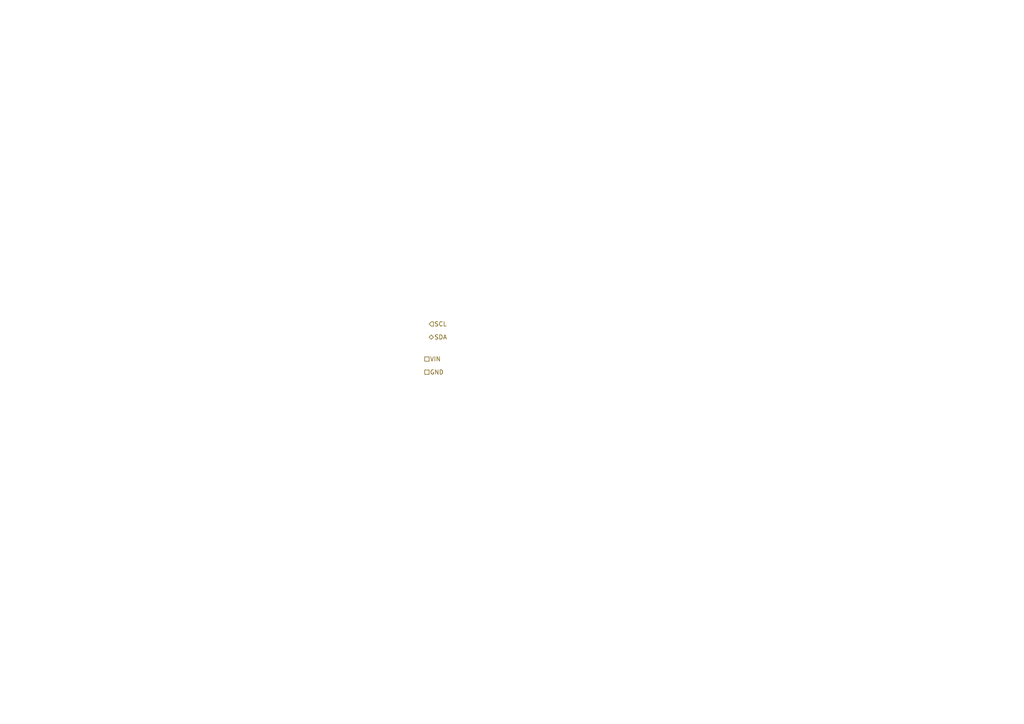
<source format=kicad_sch>
(kicad_sch
	(version 20231120)
	(generator "eeschema")
	(generator_version "8.0")
	(uuid "38e08cbf-95b2-4ded-a40e-23fa20fe9469")
	(paper "A4")
	(lib_symbols)
	(hierarchical_label "SCL"
		(shape input)
		(at 124.46 93.98 0)
		(fields_autoplaced yes)
		(effects
			(font
				(size 1.27 1.27)
			)
			(justify left)
		)
		(uuid "02bf8bf9-6b0f-47ed-bfd1-1af74bc55e00")
	)
	(hierarchical_label "GND"
		(shape passive)
		(at 123.19 107.95 0)
		(fields_autoplaced yes)
		(effects
			(font
				(size 1.27 1.27)
			)
			(justify left)
		)
		(uuid "08d3521d-18b9-4b57-ae1a-e388cb4563e7")
	)
	(hierarchical_label "VIN"
		(shape passive)
		(at 123.19 104.14 0)
		(fields_autoplaced yes)
		(effects
			(font
				(size 1.27 1.27)
			)
			(justify left)
		)
		(uuid "21f3e8f1-79b7-4770-9a86-78eed395f467")
	)
	(hierarchical_label "SDA"
		(shape bidirectional)
		(at 124.46 97.79 0)
		(fields_autoplaced yes)
		(effects
			(font
				(size 1.27 1.27)
			)
			(justify left)
		)
		(uuid "5fb54f9a-19bf-4ece-9095-184220bde220")
	)
)

</source>
